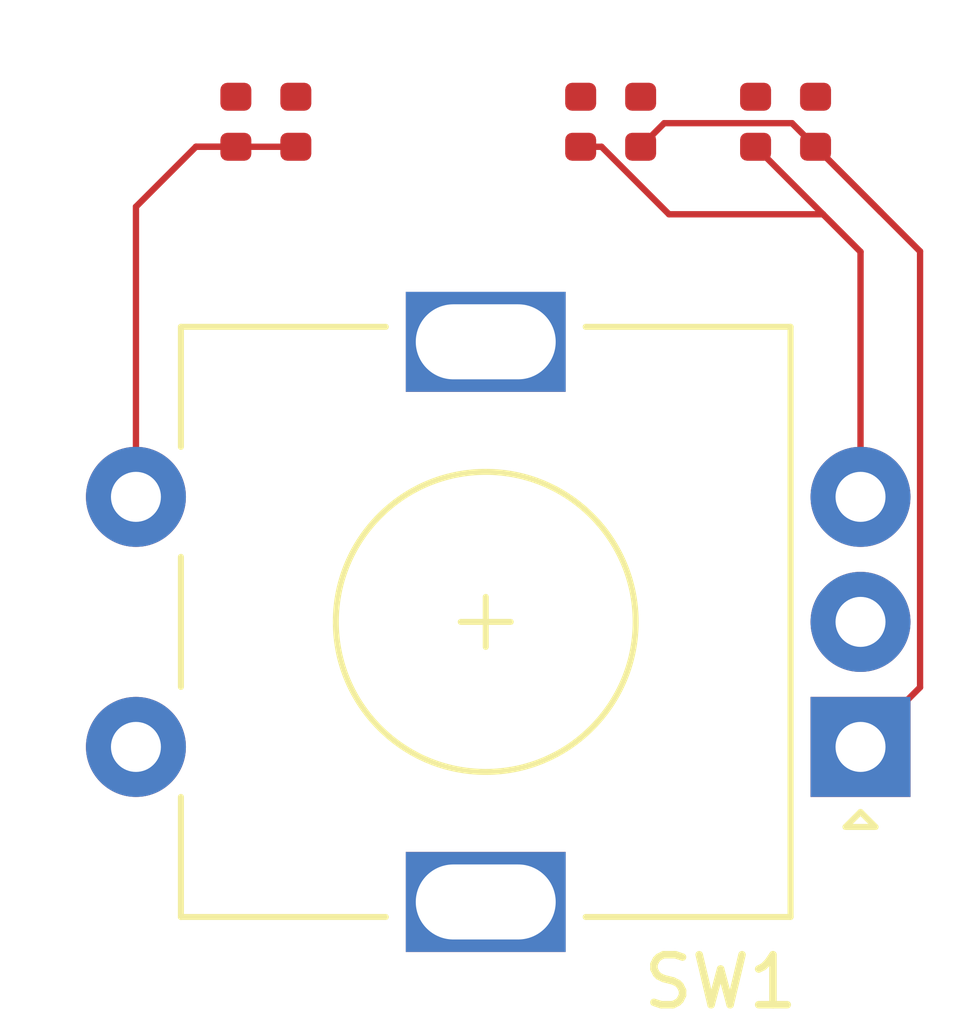
<source format=kicad_pcb>
(kicad_pcb (version 20241229) (generator "pcbnew") (generator_version "9.0")
  (layers (0 "F.Cu" signal) (4 "In1.Cu" signal) (6 "In2.Cu" signal) (2 "B.Cu" signal) (13 "F.Paste" user) (15 "B.Paste" user) (5 "F.SilkS" user "F.Silkscreen") (7 "B.SilkS" user "B.Silkscreen") (1 "F.Mask" user) (3 "B.Mask" user) (25 "Edge.Cuts" user))
  (net 0 "")
  (net 1 "GND")
  (net 2 "/GPIO_C")
  (net 3 "/GPIO_A")
  (net 4 "/GPIO_B")
  (net 5 "+3V3")
  (footprint "PCM_JLCPCB:C_0402" (layer "F.Cu") (at 192.75 112.85 90)
    (property "Reference" "C3" (hide yes))
    (property "Value" "10nF")
    (pad "1" smd roundrect (at -0.5 0 90) (size 0.56 0.62) (layers "F.Cu" "F.Mask" "F.Paste") (net 4 "/GPIO_B"))
    (pad "2" smd roundrect (at 0.5 0 90) (size 0.56 0.62) (layers "F.Cu" "F.Mask" "F.Paste") (net 1 "GND"))
  )
  (footprint "PCM_JLCPCB:R_0402" (layer "F.Cu") (at 187.05 112.85 -90)
    (property "Reference" "R1" (hide yes))
    (property "Value" "10kΩ" (hide yes))
    (pad "1" smd roundrect (at -0.5 0 270) (size 0.56 0.62) (layers "F.Cu" "F.Mask" "F.Paste") (net 5 "+3V3"))
    (pad "2" smd roundrect (at 0.5 0 270) (size 0.56 0.62) (layers "F.Cu" "F.Mask" "F.Paste") (net 2 "/GPIO_C"))
  )
  (footprint "PCM_JLCPCB:C_0402" (layer "F.Cu") (at 193.95 112.85 90)
    (property "Reference" "C2" (hide yes))
    (property "Value" "10nF")
    (pad "1" smd roundrect (at -0.5 0 90) (size 0.56 0.62) (layers "F.Cu" "F.Mask" "F.Paste") (net 3 "/GPIO_A"))
    (pad "2" smd roundrect (at 0.5 0 90) (size 0.56 0.62) (layers "F.Cu" "F.Mask" "F.Paste") (net 1 "GND"))
  )
  (footprint "PCM_JLCPCB:R_0402" (layer "F.Cu") (at 197.45 112.85 -90)
    (property "Reference" "R2" (hide yes))
    (property "Value" "10kΩ" (hide yes))
    (pad "1" smd roundrect (at -0.5 0 270) (size 0.56 0.62) (layers "F.Cu" "F.Mask" "F.Paste") (net 5 "+3V3"))
    (pad "2" smd roundrect (at 0.5 0 270) (size 0.56 0.62) (layers "F.Cu" "F.Mask" "F.Paste") (net 3 "/GPIO_A"))
  )
  (footprint "PCM_JLCPCB:C_0402" (layer "F.Cu") (at 185.85 112.85 90)
    (property "Reference" "C1" (hide yes))
    (property "Value" "100nF")
    (pad "1" smd roundrect (at -0.5 0 90) (size 0.56 0.62) (layers "F.Cu" "F.Mask" "F.Paste") (net 2 "/GPIO_C"))
    (pad "2" smd roundrect (at 0.5 0 90) (size 0.56 0.62) (layers "F.Cu" "F.Mask" "F.Paste") (net 1 "GND"))
  )
  (footprint "Rotary_Encoder:RotaryEncoder_Alps_EC11E-Switch_Vertical_H20mm" (layer "F.Cu") (at 198.35 125.35 180)
    (property "Reference" "SW1" (at 2.8 -4.7 0) (layer "F.SilkS"))
    (property "Value" "RotaryEncoder_Switch_MP")
    (fp_line (start 13.6 8.4) (end 9.5 8.4) (stroke (width 0.12)) (layer "F.SilkS"))
    (fp_line (start 13.6 6) (end 13.6 8.4) (stroke (width 0.12)) (layer "F.SilkS"))
    (fp_line (start 13.6 1.2) (end 13.6 3.8) (stroke (width 0.12)) (layer "F.SilkS"))
    (fp_line (start 13.6 -3.4) (end 13.6 -1) (stroke (width 0.12)) (layer "F.SilkS"))
    (fp_line (start 9.5 -3.4) (end 13.6 -3.4) (stroke (width 0.12)) (layer "F.SilkS"))
    (fp_line (start 7.5 2) (end 7.5 3) (stroke (width 0.12)) (layer "F.SilkS"))
    (fp_line (start 7 2.5) (end 8 2.5) (stroke (width 0.12)) (layer "F.SilkS"))
    (fp_line (start 5.5 8.4) (end 1.4 8.4) (stroke (width 0.12)) (layer "F.SilkS"))
    (fp_line (start 5.5 -3.4) (end 1.4 -3.4) (stroke (width 0.12)) (layer "F.SilkS"))
    (fp_line (start 1.4 -3.4) (end 1.4 8.4) (stroke (width 0.12)) (layer "F.SilkS"))
    (fp_line (start 0.3 -1.6) (end 0 -1.3) (stroke (width 0.12)) (layer "F.SilkS"))
    (fp_line (start 0 -1.3) (end -0.3 -1.6) (stroke (width 0.12)) (layer "F.SilkS"))
    (fp_line (start -0.3 -1.6) (end 0.3 -1.6) (stroke (width 0.12)) (layer "F.SilkS"))
    (fp_circle (center 7.5 2.5) (end 10.5 2.5) (stroke (width 0.12)) (fill no) (layer "F.SilkS"))
    (pad "A" thru_hole rect (at 0 0 180) (size 2 2) (drill 1) (layers "*.Cu" "*.Mask") (net 3 "/GPIO_A"))
    (pad "B" thru_hole circle (at 0 5 180) (size 2 2) (drill 1) (layers "*.Cu" "*.Mask") (net 4 "/GPIO_B"))
    (pad "C" thru_hole circle (at 0 2.5 180) (size 2 2) (drill 1) (layers "*.Cu" "*.Mask") (net 1 "GND"))
    (pad "MP" thru_hole rect (at 7.5 -3.1 180) (size 3.2 2) (drill oval 2.8 1.5) (layers "*.Cu" "*.Mask") (net 1 "GND"))
    (pad "MP" thru_hole rect (at 7.5 8.1 180) (size 3.2 2) (drill oval 2.8 1.5) (layers "*.Cu" "*.Mask") (net 1 "GND"))
    (pad "S1" thru_hole circle (at 14.5 5 180) (size 2 2) (drill 1) (layers "*.Cu" "*.Mask") (net 2 "/GPIO_C"))
    (pad "S2" thru_hole circle (at 14.5 0 180) (size 2 2) (drill 1) (layers "*.Cu" "*.Mask") (net 1 "GND"))
  )
  (footprint "PCM_JLCPCB:R_0402" (layer "F.Cu") (at 196.25 112.85 -90)
    (property "Reference" "R3" (hide yes))
    (property "Value" "10kΩ" (hide yes))
    (pad "1" smd roundrect (at -0.5 0 270) (size 0.56 0.62) (layers "F.Cu" "F.Mask" "F.Paste") (net 5 "+3V3"))
    (pad "2" smd roundrect (at 0.5 0 270) (size 0.56 0.62) (layers "F.Cu" "F.Mask" "F.Paste") (net 4 "/GPIO_B"))
  )
  (segment (start 185.05 113.35) (end 185.85 113.35) (width 0.127) (layer "F.Cu") (net 2))
  (segment (start 183.85 114.55) (end 185.05 113.35) (width 0.127) (layer "F.Cu") (net 2))
  (segment (start 183.85 120.35) (end 183.85 114.55) (width 0.127) (layer "F.Cu") (net 2))
  (segment (start 187.05 113.35) (end 185.05 113.35) (width 0.127) (layer "F.Cu") (net 2))
  (segment (start 198.35 125.35) (end 199.5415 124.1585) (width 0.127) (layer "F.Cu") (net 3))
  (segment (start 198.75 114.65) (end 196.9785 112.8785) (width 0.127) (layer "F.Cu") (net 3))
  (segment (start 198.55 114.45) (end 197.45 113.35) (width 0.127) (layer "F.Cu") (net 3))
  (segment (start 199.5415 124.1585) (end 199.5415 115.4415) (width 0.127) (layer "F.Cu") (net 3))
  (segment (start 194.4215 112.8785) (end 193.95 113.35) (width 0.127) (layer "F.Cu") (net 3))
  (segment (start 198.75 114.65) (end 198.55 114.45) (width 0.127) (layer "F.Cu") (net 3))
  (segment (start 199.5415 115.4415) (end 198.75 114.65) (width 0.127) (layer "F.Cu") (net 3))
  (segment (start 196.9785 112.8785) (end 194.4215 112.8785) (width 0.127) (layer "F.Cu") (net 3))
  (segment (start 193.167308 113.35) (end 192.75 113.35) (width 0.127) (layer "F.Cu") (net 4))
  (segment (start 198.35 120.35) (end 198.35 115.45) (width 0.127) (layer "F.Cu") (net 4))
  (segment (start 197.6 114.7) (end 196.25 113.35) (width 0.127) (layer "F.Cu") (net 4))
  (segment (start 197.6 114.7) (end 194.517308 114.7) (width 0.127) (layer "F.Cu") (net 4))
  (segment (start 198.35 115.45) (end 197.6 114.7) (width 0.127) (layer "F.Cu") (net 4))
  (segment (start 194.517308 114.7) (end 193.167308 113.35) (width 0.127) (layer "F.Cu") (net 4))
)
</source>
